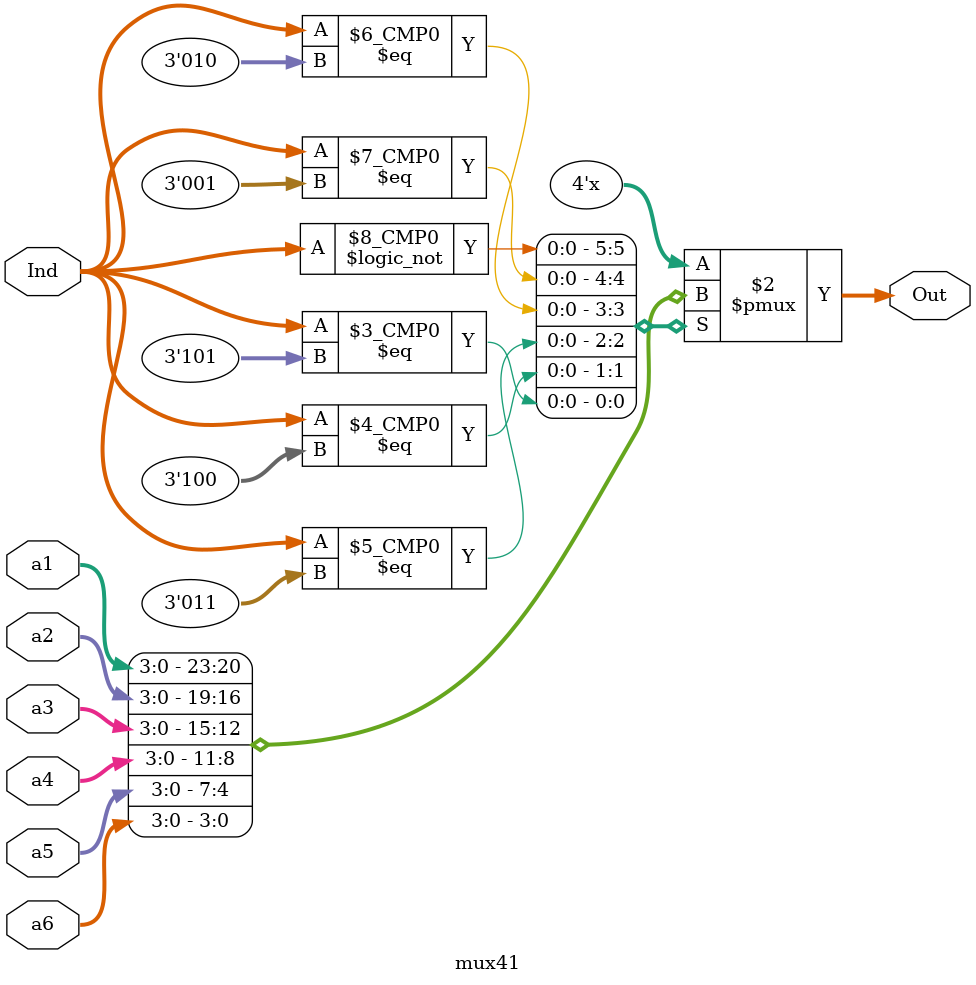
<source format=v>
module mux41(input [3:0]a1,a2,a3,a4,a5,a6,input [2:0]Ind, output reg[3:0] Out);
	always@(*)
	begin
		case(Ind)
			3'b000: Out<=a1;
			3'b001: Out<=a2;
			3'b010: Out<=a3;
			3'b011: Out<=a4;
			3'b100: Out<=a5;
			3'b101: Out<=a6;
		endcase
	end
endmodule
</source>
